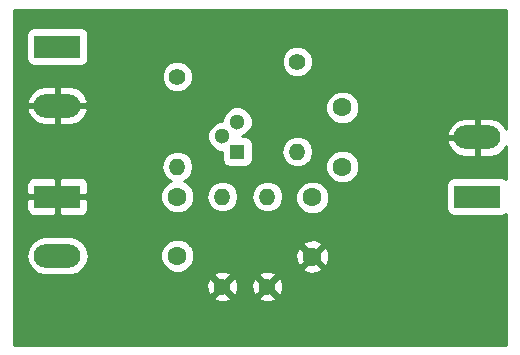
<source format=gbr>
G04 #@! TF.GenerationSoftware,KiCad,Pcbnew,(5.0.0)*
G04 #@! TF.CreationDate,2019-04-18T11:17:11+03:00*
G04 #@! TF.ProjectId,Single_transistor_AMP,53696E676C655F7472616E736973746F,rev?*
G04 #@! TF.SameCoordinates,Original*
G04 #@! TF.FileFunction,Copper,L2,Bot,Signal*
G04 #@! TF.FilePolarity,Positive*
%FSLAX46Y46*%
G04 Gerber Fmt 4.6, Leading zero omitted, Abs format (unit mm)*
G04 Created by KiCad (PCBNEW (5.0.0)) date 04/18/19 11:17:11*
%MOMM*%
%LPD*%
G01*
G04 APERTURE LIST*
G04 #@! TA.AperFunction,ComponentPad*
%ADD10R,3.960000X1.980000*%
G04 #@! TD*
G04 #@! TA.AperFunction,ComponentPad*
%ADD11O,3.960000X1.980000*%
G04 #@! TD*
G04 #@! TA.AperFunction,ComponentPad*
%ADD12C,1.600000*%
G04 #@! TD*
G04 #@! TA.AperFunction,ComponentPad*
%ADD13C,1.300000*%
G04 #@! TD*
G04 #@! TA.AperFunction,ComponentPad*
%ADD14R,1.300000X1.300000*%
G04 #@! TD*
G04 #@! TA.AperFunction,ComponentPad*
%ADD15C,1.400000*%
G04 #@! TD*
G04 #@! TA.AperFunction,ComponentPad*
%ADD16O,1.400000X1.400000*%
G04 #@! TD*
G04 #@! TA.AperFunction,Conductor*
%ADD17C,0.254000*%
G04 #@! TD*
G04 APERTURE END LIST*
D10*
G04 #@! TO.P,J1,1*
G04 #@! TO.N,GND*
X99060000Y-55880000D03*
D11*
G04 #@! TO.P,J1,2*
G04 #@! TO.N,Net-(C1-Pad2)*
X99060000Y-60880000D03*
G04 #@! TD*
D12*
G04 #@! TO.P,C1,1*
G04 #@! TO.N,Net-(C1-Pad1)*
X109220000Y-55880000D03*
G04 #@! TO.P,C1,2*
G04 #@! TO.N,Net-(C1-Pad2)*
X109220000Y-60880000D03*
G04 #@! TD*
G04 #@! TO.P,C2,1*
G04 #@! TO.N,Net-(C2-Pad1)*
X123190000Y-53340000D03*
G04 #@! TO.P,C2,2*
G04 #@! TO.N,Net-(C2-Pad2)*
X123190000Y-48340000D03*
G04 #@! TD*
G04 #@! TO.P,C3,2*
G04 #@! TO.N,GND*
X120650000Y-60960000D03*
G04 #@! TO.P,C3,1*
G04 #@! TO.N,Net-(C3-Pad1)*
X120650000Y-55960000D03*
G04 #@! TD*
D11*
G04 #@! TO.P,J2,2*
G04 #@! TO.N,GND*
X134620000Y-50880000D03*
D10*
G04 #@! TO.P,J2,1*
G04 #@! TO.N,Net-(C2-Pad1)*
X134620000Y-55880000D03*
G04 #@! TD*
D13*
G04 #@! TO.P,Q1,2*
G04 #@! TO.N,Net-(C1-Pad1)*
X113030000Y-50790000D03*
G04 #@! TO.P,Q1,3*
G04 #@! TO.N,Net-(C2-Pad2)*
X114300000Y-49530000D03*
D14*
G04 #@! TO.P,Q1,1*
G04 #@! TO.N,Net-(C3-Pad1)*
X114300000Y-52070000D03*
G04 #@! TD*
D15*
G04 #@! TO.P,R1,1*
G04 #@! TO.N,GND*
X113030000Y-63500000D03*
D16*
G04 #@! TO.P,R1,2*
G04 #@! TO.N,Net-(C1-Pad1)*
X113030000Y-55880000D03*
G04 #@! TD*
G04 #@! TO.P,R2,2*
G04 #@! TO.N,Net-(C1-Pad1)*
X109220000Y-53340000D03*
D15*
G04 #@! TO.P,R2,1*
G04 #@! TO.N,VCC*
X109220000Y-45720000D03*
G04 #@! TD*
G04 #@! TO.P,R3,1*
G04 #@! TO.N,VCC*
X119380000Y-44450000D03*
D16*
G04 #@! TO.P,R3,2*
G04 #@! TO.N,Net-(C2-Pad2)*
X119380000Y-52070000D03*
G04 #@! TD*
G04 #@! TO.P,R4,2*
G04 #@! TO.N,Net-(C3-Pad1)*
X116840000Y-55880000D03*
D15*
G04 #@! TO.P,R4,1*
G04 #@! TO.N,GND*
X116840000Y-63500000D03*
G04 #@! TD*
D10*
G04 #@! TO.P,J3,1*
G04 #@! TO.N,VCC*
X99060000Y-43180000D03*
D11*
G04 #@! TO.P,J3,2*
G04 #@! TO.N,GND*
X99060000Y-48180000D03*
G04 #@! TD*
D17*
G04 #@! TO.N,GND*
G36*
X137033000Y-50149156D02*
X136848851Y-49820754D01*
X136349193Y-49427297D01*
X135737000Y-49255000D01*
X134747000Y-49255000D01*
X134747000Y-50753000D01*
X134767000Y-50753000D01*
X134767000Y-51007000D01*
X134747000Y-51007000D01*
X134747000Y-52505000D01*
X135737000Y-52505000D01*
X136349193Y-52332703D01*
X136848851Y-51939246D01*
X137033000Y-51610844D01*
X137033000Y-54415614D01*
X136847765Y-54291843D01*
X136600000Y-54242560D01*
X132640000Y-54242560D01*
X132392235Y-54291843D01*
X132182191Y-54432191D01*
X132041843Y-54642235D01*
X131992560Y-54890000D01*
X131992560Y-56870000D01*
X132041843Y-57117765D01*
X132182191Y-57327809D01*
X132392235Y-57468157D01*
X132640000Y-57517440D01*
X136600000Y-57517440D01*
X136847765Y-57468157D01*
X137033000Y-57344386D01*
X137033000Y-68453000D01*
X95377000Y-68453000D01*
X95377000Y-64435275D01*
X112274331Y-64435275D01*
X112336169Y-64671042D01*
X112837122Y-64847419D01*
X113367440Y-64818664D01*
X113723831Y-64671042D01*
X113785669Y-64435275D01*
X116084331Y-64435275D01*
X116146169Y-64671042D01*
X116647122Y-64847419D01*
X117177440Y-64818664D01*
X117533831Y-64671042D01*
X117595669Y-64435275D01*
X116840000Y-63679605D01*
X116084331Y-64435275D01*
X113785669Y-64435275D01*
X113030000Y-63679605D01*
X112274331Y-64435275D01*
X95377000Y-64435275D01*
X95377000Y-63307122D01*
X111682581Y-63307122D01*
X111711336Y-63837440D01*
X111858958Y-64193831D01*
X112094725Y-64255669D01*
X112850395Y-63500000D01*
X113209605Y-63500000D01*
X113965275Y-64255669D01*
X114201042Y-64193831D01*
X114377419Y-63692878D01*
X114356503Y-63307122D01*
X115492581Y-63307122D01*
X115521336Y-63837440D01*
X115668958Y-64193831D01*
X115904725Y-64255669D01*
X116660395Y-63500000D01*
X117019605Y-63500000D01*
X117775275Y-64255669D01*
X118011042Y-64193831D01*
X118187419Y-63692878D01*
X118158664Y-63162560D01*
X118011042Y-62806169D01*
X117775275Y-62744331D01*
X117019605Y-63500000D01*
X116660395Y-63500000D01*
X115904725Y-62744331D01*
X115668958Y-62806169D01*
X115492581Y-63307122D01*
X114356503Y-63307122D01*
X114348664Y-63162560D01*
X114201042Y-62806169D01*
X113965275Y-62744331D01*
X113209605Y-63500000D01*
X112850395Y-63500000D01*
X112094725Y-62744331D01*
X111858958Y-62806169D01*
X111682581Y-63307122D01*
X95377000Y-63307122D01*
X95377000Y-62564725D01*
X112274331Y-62564725D01*
X113030000Y-63320395D01*
X113785669Y-62564725D01*
X116084331Y-62564725D01*
X116840000Y-63320395D01*
X117595669Y-62564725D01*
X117533831Y-62328958D01*
X117032878Y-62152581D01*
X116502560Y-62181336D01*
X116146169Y-62328958D01*
X116084331Y-62564725D01*
X113785669Y-62564725D01*
X113723831Y-62328958D01*
X113222878Y-62152581D01*
X112692560Y-62181336D01*
X112336169Y-62328958D01*
X112274331Y-62564725D01*
X95377000Y-62564725D01*
X95377000Y-60880000D01*
X96413165Y-60880000D01*
X96539284Y-61514043D01*
X96898441Y-62051559D01*
X97435957Y-62410716D01*
X97909955Y-62505000D01*
X100210045Y-62505000D01*
X100684043Y-62410716D01*
X101221559Y-62051559D01*
X101580716Y-61514043D01*
X101706835Y-60880000D01*
X101650058Y-60594561D01*
X107785000Y-60594561D01*
X107785000Y-61165439D01*
X108003466Y-61692862D01*
X108407138Y-62096534D01*
X108934561Y-62315000D01*
X109505439Y-62315000D01*
X110032862Y-62096534D01*
X110161651Y-61967745D01*
X119821861Y-61967745D01*
X119895995Y-62213864D01*
X120433223Y-62406965D01*
X121003454Y-62379778D01*
X121404005Y-62213864D01*
X121478139Y-61967745D01*
X120650000Y-61139605D01*
X119821861Y-61967745D01*
X110161651Y-61967745D01*
X110436534Y-61692862D01*
X110655000Y-61165439D01*
X110655000Y-60743223D01*
X119203035Y-60743223D01*
X119230222Y-61313454D01*
X119396136Y-61714005D01*
X119642255Y-61788139D01*
X120470395Y-60960000D01*
X120829605Y-60960000D01*
X121657745Y-61788139D01*
X121903864Y-61714005D01*
X122096965Y-61176777D01*
X122069778Y-60606546D01*
X121903864Y-60205995D01*
X121657745Y-60131861D01*
X120829605Y-60960000D01*
X120470395Y-60960000D01*
X119642255Y-60131861D01*
X119396136Y-60205995D01*
X119203035Y-60743223D01*
X110655000Y-60743223D01*
X110655000Y-60594561D01*
X110436534Y-60067138D01*
X110321651Y-59952255D01*
X119821861Y-59952255D01*
X120650000Y-60780395D01*
X121478139Y-59952255D01*
X121404005Y-59706136D01*
X120866777Y-59513035D01*
X120296546Y-59540222D01*
X119895995Y-59706136D01*
X119821861Y-59952255D01*
X110321651Y-59952255D01*
X110032862Y-59663466D01*
X109505439Y-59445000D01*
X108934561Y-59445000D01*
X108407138Y-59663466D01*
X108003466Y-60067138D01*
X107785000Y-60594561D01*
X101650058Y-60594561D01*
X101580716Y-60245957D01*
X101221559Y-59708441D01*
X100684043Y-59349284D01*
X100210045Y-59255000D01*
X97909955Y-59255000D01*
X97435957Y-59349284D01*
X96898441Y-59708441D01*
X96539284Y-60245957D01*
X96413165Y-60880000D01*
X95377000Y-60880000D01*
X95377000Y-56165750D01*
X96445000Y-56165750D01*
X96445000Y-56996309D01*
X96541673Y-57229698D01*
X96720301Y-57408327D01*
X96953690Y-57505000D01*
X98774250Y-57505000D01*
X98933000Y-57346250D01*
X98933000Y-56007000D01*
X99187000Y-56007000D01*
X99187000Y-57346250D01*
X99345750Y-57505000D01*
X101166310Y-57505000D01*
X101399699Y-57408327D01*
X101578327Y-57229698D01*
X101675000Y-56996309D01*
X101675000Y-56165750D01*
X101516250Y-56007000D01*
X99187000Y-56007000D01*
X98933000Y-56007000D01*
X96603750Y-56007000D01*
X96445000Y-56165750D01*
X95377000Y-56165750D01*
X95377000Y-54763691D01*
X96445000Y-54763691D01*
X96445000Y-55594250D01*
X96603750Y-55753000D01*
X98933000Y-55753000D01*
X98933000Y-54413750D01*
X99187000Y-54413750D01*
X99187000Y-55753000D01*
X101516250Y-55753000D01*
X101674689Y-55594561D01*
X107785000Y-55594561D01*
X107785000Y-56165439D01*
X108003466Y-56692862D01*
X108407138Y-57096534D01*
X108934561Y-57315000D01*
X109505439Y-57315000D01*
X110032862Y-57096534D01*
X110436534Y-56692862D01*
X110655000Y-56165439D01*
X110655000Y-55880000D01*
X111668846Y-55880000D01*
X111772458Y-56400891D01*
X112067519Y-56842481D01*
X112509109Y-57137542D01*
X112898515Y-57215000D01*
X113161485Y-57215000D01*
X113550891Y-57137542D01*
X113992481Y-56842481D01*
X114287542Y-56400891D01*
X114391154Y-55880000D01*
X115478846Y-55880000D01*
X115582458Y-56400891D01*
X115877519Y-56842481D01*
X116319109Y-57137542D01*
X116708515Y-57215000D01*
X116971485Y-57215000D01*
X117360891Y-57137542D01*
X117802481Y-56842481D01*
X118097542Y-56400891D01*
X118201154Y-55880000D01*
X118160290Y-55674561D01*
X119215000Y-55674561D01*
X119215000Y-56245439D01*
X119433466Y-56772862D01*
X119837138Y-57176534D01*
X120364561Y-57395000D01*
X120935439Y-57395000D01*
X121462862Y-57176534D01*
X121866534Y-56772862D01*
X122085000Y-56245439D01*
X122085000Y-55674561D01*
X121866534Y-55147138D01*
X121462862Y-54743466D01*
X120935439Y-54525000D01*
X120364561Y-54525000D01*
X119837138Y-54743466D01*
X119433466Y-55147138D01*
X119215000Y-55674561D01*
X118160290Y-55674561D01*
X118097542Y-55359109D01*
X117802481Y-54917519D01*
X117360891Y-54622458D01*
X116971485Y-54545000D01*
X116708515Y-54545000D01*
X116319109Y-54622458D01*
X115877519Y-54917519D01*
X115582458Y-55359109D01*
X115478846Y-55880000D01*
X114391154Y-55880000D01*
X114287542Y-55359109D01*
X113992481Y-54917519D01*
X113550891Y-54622458D01*
X113161485Y-54545000D01*
X112898515Y-54545000D01*
X112509109Y-54622458D01*
X112067519Y-54917519D01*
X111772458Y-55359109D01*
X111668846Y-55880000D01*
X110655000Y-55880000D01*
X110655000Y-55594561D01*
X110436534Y-55067138D01*
X110032862Y-54663466D01*
X109791718Y-54563581D01*
X110182481Y-54302481D01*
X110477542Y-53860891D01*
X110581154Y-53340000D01*
X110477542Y-52819109D01*
X110182481Y-52377519D01*
X109740891Y-52082458D01*
X109351485Y-52005000D01*
X109088515Y-52005000D01*
X108699109Y-52082458D01*
X108257519Y-52377519D01*
X107962458Y-52819109D01*
X107858846Y-53340000D01*
X107962458Y-53860891D01*
X108257519Y-54302481D01*
X108648282Y-54563581D01*
X108407138Y-54663466D01*
X108003466Y-55067138D01*
X107785000Y-55594561D01*
X101674689Y-55594561D01*
X101675000Y-55594250D01*
X101675000Y-54763691D01*
X101578327Y-54530302D01*
X101399699Y-54351673D01*
X101166310Y-54255000D01*
X99345750Y-54255000D01*
X99187000Y-54413750D01*
X98933000Y-54413750D01*
X98774250Y-54255000D01*
X96953690Y-54255000D01*
X96720301Y-54351673D01*
X96541673Y-54530302D01*
X96445000Y-54763691D01*
X95377000Y-54763691D01*
X95377000Y-50534398D01*
X111745000Y-50534398D01*
X111745000Y-51045602D01*
X111940629Y-51517894D01*
X112302106Y-51879371D01*
X112774398Y-52075000D01*
X113002560Y-52075000D01*
X113002560Y-52720000D01*
X113051843Y-52967765D01*
X113192191Y-53177809D01*
X113402235Y-53318157D01*
X113650000Y-53367440D01*
X114950000Y-53367440D01*
X115197765Y-53318157D01*
X115407809Y-53177809D01*
X115548157Y-52967765D01*
X115597440Y-52720000D01*
X115597440Y-52070000D01*
X118018846Y-52070000D01*
X118122458Y-52590891D01*
X118417519Y-53032481D01*
X118859109Y-53327542D01*
X119248515Y-53405000D01*
X119511485Y-53405000D01*
X119900891Y-53327542D01*
X120309435Y-53054561D01*
X121755000Y-53054561D01*
X121755000Y-53625439D01*
X121973466Y-54152862D01*
X122377138Y-54556534D01*
X122904561Y-54775000D01*
X123475439Y-54775000D01*
X124002862Y-54556534D01*
X124406534Y-54152862D01*
X124625000Y-53625439D01*
X124625000Y-53054561D01*
X124406534Y-52527138D01*
X124002862Y-52123466D01*
X123475439Y-51905000D01*
X122904561Y-51905000D01*
X122377138Y-52123466D01*
X121973466Y-52527138D01*
X121755000Y-53054561D01*
X120309435Y-53054561D01*
X120342481Y-53032481D01*
X120637542Y-52590891D01*
X120741154Y-52070000D01*
X120637542Y-51549109D01*
X120443608Y-51258865D01*
X132049782Y-51258865D01*
X132080095Y-51384528D01*
X132391149Y-51939246D01*
X132890807Y-52332703D01*
X133503000Y-52505000D01*
X134493000Y-52505000D01*
X134493000Y-51007000D01*
X132169260Y-51007000D01*
X132049782Y-51258865D01*
X120443608Y-51258865D01*
X120342481Y-51107519D01*
X119900891Y-50812458D01*
X119511485Y-50735000D01*
X119248515Y-50735000D01*
X118859109Y-50812458D01*
X118417519Y-51107519D01*
X118122458Y-51549109D01*
X118018846Y-52070000D01*
X115597440Y-52070000D01*
X115597440Y-51420000D01*
X115548157Y-51172235D01*
X115407809Y-50962191D01*
X115197765Y-50821843D01*
X114950000Y-50772560D01*
X114658062Y-50772560D01*
X115027894Y-50619371D01*
X115146130Y-50501135D01*
X132049782Y-50501135D01*
X132169260Y-50753000D01*
X134493000Y-50753000D01*
X134493000Y-49255000D01*
X133503000Y-49255000D01*
X132890807Y-49427297D01*
X132391149Y-49820754D01*
X132080095Y-50375472D01*
X132049782Y-50501135D01*
X115146130Y-50501135D01*
X115389371Y-50257894D01*
X115585000Y-49785602D01*
X115585000Y-49274398D01*
X115389371Y-48802106D01*
X115027894Y-48440629D01*
X114555602Y-48245000D01*
X114044398Y-48245000D01*
X113572106Y-48440629D01*
X113210629Y-48802106D01*
X113015000Y-49274398D01*
X113015000Y-49505000D01*
X112774398Y-49505000D01*
X112302106Y-49700629D01*
X111940629Y-50062106D01*
X111745000Y-50534398D01*
X95377000Y-50534398D01*
X95377000Y-48558865D01*
X96489782Y-48558865D01*
X96520095Y-48684528D01*
X96831149Y-49239246D01*
X97330807Y-49632703D01*
X97943000Y-49805000D01*
X98933000Y-49805000D01*
X98933000Y-48307000D01*
X99187000Y-48307000D01*
X99187000Y-49805000D01*
X100177000Y-49805000D01*
X100789193Y-49632703D01*
X101288851Y-49239246D01*
X101599905Y-48684528D01*
X101630218Y-48558865D01*
X101510740Y-48307000D01*
X99187000Y-48307000D01*
X98933000Y-48307000D01*
X96609260Y-48307000D01*
X96489782Y-48558865D01*
X95377000Y-48558865D01*
X95377000Y-48054561D01*
X121755000Y-48054561D01*
X121755000Y-48625439D01*
X121973466Y-49152862D01*
X122377138Y-49556534D01*
X122904561Y-49775000D01*
X123475439Y-49775000D01*
X124002862Y-49556534D01*
X124406534Y-49152862D01*
X124625000Y-48625439D01*
X124625000Y-48054561D01*
X124406534Y-47527138D01*
X124002862Y-47123466D01*
X123475439Y-46905000D01*
X122904561Y-46905000D01*
X122377138Y-47123466D01*
X121973466Y-47527138D01*
X121755000Y-48054561D01*
X95377000Y-48054561D01*
X95377000Y-47801135D01*
X96489782Y-47801135D01*
X96609260Y-48053000D01*
X98933000Y-48053000D01*
X98933000Y-46555000D01*
X99187000Y-46555000D01*
X99187000Y-48053000D01*
X101510740Y-48053000D01*
X101630218Y-47801135D01*
X101599905Y-47675472D01*
X101288851Y-47120754D01*
X100789193Y-46727297D01*
X100177000Y-46555000D01*
X99187000Y-46555000D01*
X98933000Y-46555000D01*
X97943000Y-46555000D01*
X97330807Y-46727297D01*
X96831149Y-47120754D01*
X96520095Y-47675472D01*
X96489782Y-47801135D01*
X95377000Y-47801135D01*
X95377000Y-45454452D01*
X107885000Y-45454452D01*
X107885000Y-45985548D01*
X108088242Y-46476217D01*
X108463783Y-46851758D01*
X108954452Y-47055000D01*
X109485548Y-47055000D01*
X109976217Y-46851758D01*
X110351758Y-46476217D01*
X110555000Y-45985548D01*
X110555000Y-45454452D01*
X110351758Y-44963783D01*
X109976217Y-44588242D01*
X109485548Y-44385000D01*
X108954452Y-44385000D01*
X108463783Y-44588242D01*
X108088242Y-44963783D01*
X107885000Y-45454452D01*
X95377000Y-45454452D01*
X95377000Y-42190000D01*
X96432560Y-42190000D01*
X96432560Y-44170000D01*
X96481843Y-44417765D01*
X96622191Y-44627809D01*
X96832235Y-44768157D01*
X97080000Y-44817440D01*
X101040000Y-44817440D01*
X101287765Y-44768157D01*
X101497809Y-44627809D01*
X101638157Y-44417765D01*
X101684565Y-44184452D01*
X118045000Y-44184452D01*
X118045000Y-44715548D01*
X118248242Y-45206217D01*
X118623783Y-45581758D01*
X119114452Y-45785000D01*
X119645548Y-45785000D01*
X120136217Y-45581758D01*
X120511758Y-45206217D01*
X120715000Y-44715548D01*
X120715000Y-44184452D01*
X120511758Y-43693783D01*
X120136217Y-43318242D01*
X119645548Y-43115000D01*
X119114452Y-43115000D01*
X118623783Y-43318242D01*
X118248242Y-43693783D01*
X118045000Y-44184452D01*
X101684565Y-44184452D01*
X101687440Y-44170000D01*
X101687440Y-42190000D01*
X101638157Y-41942235D01*
X101497809Y-41732191D01*
X101287765Y-41591843D01*
X101040000Y-41542560D01*
X97080000Y-41542560D01*
X96832235Y-41591843D01*
X96622191Y-41732191D01*
X96481843Y-41942235D01*
X96432560Y-42190000D01*
X95377000Y-42190000D01*
X95377000Y-40080000D01*
X137033000Y-40080000D01*
X137033000Y-50149156D01*
X137033000Y-50149156D01*
G37*
X137033000Y-50149156D02*
X136848851Y-49820754D01*
X136349193Y-49427297D01*
X135737000Y-49255000D01*
X134747000Y-49255000D01*
X134747000Y-50753000D01*
X134767000Y-50753000D01*
X134767000Y-51007000D01*
X134747000Y-51007000D01*
X134747000Y-52505000D01*
X135737000Y-52505000D01*
X136349193Y-52332703D01*
X136848851Y-51939246D01*
X137033000Y-51610844D01*
X137033000Y-54415614D01*
X136847765Y-54291843D01*
X136600000Y-54242560D01*
X132640000Y-54242560D01*
X132392235Y-54291843D01*
X132182191Y-54432191D01*
X132041843Y-54642235D01*
X131992560Y-54890000D01*
X131992560Y-56870000D01*
X132041843Y-57117765D01*
X132182191Y-57327809D01*
X132392235Y-57468157D01*
X132640000Y-57517440D01*
X136600000Y-57517440D01*
X136847765Y-57468157D01*
X137033000Y-57344386D01*
X137033000Y-68453000D01*
X95377000Y-68453000D01*
X95377000Y-64435275D01*
X112274331Y-64435275D01*
X112336169Y-64671042D01*
X112837122Y-64847419D01*
X113367440Y-64818664D01*
X113723831Y-64671042D01*
X113785669Y-64435275D01*
X116084331Y-64435275D01*
X116146169Y-64671042D01*
X116647122Y-64847419D01*
X117177440Y-64818664D01*
X117533831Y-64671042D01*
X117595669Y-64435275D01*
X116840000Y-63679605D01*
X116084331Y-64435275D01*
X113785669Y-64435275D01*
X113030000Y-63679605D01*
X112274331Y-64435275D01*
X95377000Y-64435275D01*
X95377000Y-63307122D01*
X111682581Y-63307122D01*
X111711336Y-63837440D01*
X111858958Y-64193831D01*
X112094725Y-64255669D01*
X112850395Y-63500000D01*
X113209605Y-63500000D01*
X113965275Y-64255669D01*
X114201042Y-64193831D01*
X114377419Y-63692878D01*
X114356503Y-63307122D01*
X115492581Y-63307122D01*
X115521336Y-63837440D01*
X115668958Y-64193831D01*
X115904725Y-64255669D01*
X116660395Y-63500000D01*
X117019605Y-63500000D01*
X117775275Y-64255669D01*
X118011042Y-64193831D01*
X118187419Y-63692878D01*
X118158664Y-63162560D01*
X118011042Y-62806169D01*
X117775275Y-62744331D01*
X117019605Y-63500000D01*
X116660395Y-63500000D01*
X115904725Y-62744331D01*
X115668958Y-62806169D01*
X115492581Y-63307122D01*
X114356503Y-63307122D01*
X114348664Y-63162560D01*
X114201042Y-62806169D01*
X113965275Y-62744331D01*
X113209605Y-63500000D01*
X112850395Y-63500000D01*
X112094725Y-62744331D01*
X111858958Y-62806169D01*
X111682581Y-63307122D01*
X95377000Y-63307122D01*
X95377000Y-62564725D01*
X112274331Y-62564725D01*
X113030000Y-63320395D01*
X113785669Y-62564725D01*
X116084331Y-62564725D01*
X116840000Y-63320395D01*
X117595669Y-62564725D01*
X117533831Y-62328958D01*
X117032878Y-62152581D01*
X116502560Y-62181336D01*
X116146169Y-62328958D01*
X116084331Y-62564725D01*
X113785669Y-62564725D01*
X113723831Y-62328958D01*
X113222878Y-62152581D01*
X112692560Y-62181336D01*
X112336169Y-62328958D01*
X112274331Y-62564725D01*
X95377000Y-62564725D01*
X95377000Y-60880000D01*
X96413165Y-60880000D01*
X96539284Y-61514043D01*
X96898441Y-62051559D01*
X97435957Y-62410716D01*
X97909955Y-62505000D01*
X100210045Y-62505000D01*
X100684043Y-62410716D01*
X101221559Y-62051559D01*
X101580716Y-61514043D01*
X101706835Y-60880000D01*
X101650058Y-60594561D01*
X107785000Y-60594561D01*
X107785000Y-61165439D01*
X108003466Y-61692862D01*
X108407138Y-62096534D01*
X108934561Y-62315000D01*
X109505439Y-62315000D01*
X110032862Y-62096534D01*
X110161651Y-61967745D01*
X119821861Y-61967745D01*
X119895995Y-62213864D01*
X120433223Y-62406965D01*
X121003454Y-62379778D01*
X121404005Y-62213864D01*
X121478139Y-61967745D01*
X120650000Y-61139605D01*
X119821861Y-61967745D01*
X110161651Y-61967745D01*
X110436534Y-61692862D01*
X110655000Y-61165439D01*
X110655000Y-60743223D01*
X119203035Y-60743223D01*
X119230222Y-61313454D01*
X119396136Y-61714005D01*
X119642255Y-61788139D01*
X120470395Y-60960000D01*
X120829605Y-60960000D01*
X121657745Y-61788139D01*
X121903864Y-61714005D01*
X122096965Y-61176777D01*
X122069778Y-60606546D01*
X121903864Y-60205995D01*
X121657745Y-60131861D01*
X120829605Y-60960000D01*
X120470395Y-60960000D01*
X119642255Y-60131861D01*
X119396136Y-60205995D01*
X119203035Y-60743223D01*
X110655000Y-60743223D01*
X110655000Y-60594561D01*
X110436534Y-60067138D01*
X110321651Y-59952255D01*
X119821861Y-59952255D01*
X120650000Y-60780395D01*
X121478139Y-59952255D01*
X121404005Y-59706136D01*
X120866777Y-59513035D01*
X120296546Y-59540222D01*
X119895995Y-59706136D01*
X119821861Y-59952255D01*
X110321651Y-59952255D01*
X110032862Y-59663466D01*
X109505439Y-59445000D01*
X108934561Y-59445000D01*
X108407138Y-59663466D01*
X108003466Y-60067138D01*
X107785000Y-60594561D01*
X101650058Y-60594561D01*
X101580716Y-60245957D01*
X101221559Y-59708441D01*
X100684043Y-59349284D01*
X100210045Y-59255000D01*
X97909955Y-59255000D01*
X97435957Y-59349284D01*
X96898441Y-59708441D01*
X96539284Y-60245957D01*
X96413165Y-60880000D01*
X95377000Y-60880000D01*
X95377000Y-56165750D01*
X96445000Y-56165750D01*
X96445000Y-56996309D01*
X96541673Y-57229698D01*
X96720301Y-57408327D01*
X96953690Y-57505000D01*
X98774250Y-57505000D01*
X98933000Y-57346250D01*
X98933000Y-56007000D01*
X99187000Y-56007000D01*
X99187000Y-57346250D01*
X99345750Y-57505000D01*
X101166310Y-57505000D01*
X101399699Y-57408327D01*
X101578327Y-57229698D01*
X101675000Y-56996309D01*
X101675000Y-56165750D01*
X101516250Y-56007000D01*
X99187000Y-56007000D01*
X98933000Y-56007000D01*
X96603750Y-56007000D01*
X96445000Y-56165750D01*
X95377000Y-56165750D01*
X95377000Y-54763691D01*
X96445000Y-54763691D01*
X96445000Y-55594250D01*
X96603750Y-55753000D01*
X98933000Y-55753000D01*
X98933000Y-54413750D01*
X99187000Y-54413750D01*
X99187000Y-55753000D01*
X101516250Y-55753000D01*
X101674689Y-55594561D01*
X107785000Y-55594561D01*
X107785000Y-56165439D01*
X108003466Y-56692862D01*
X108407138Y-57096534D01*
X108934561Y-57315000D01*
X109505439Y-57315000D01*
X110032862Y-57096534D01*
X110436534Y-56692862D01*
X110655000Y-56165439D01*
X110655000Y-55880000D01*
X111668846Y-55880000D01*
X111772458Y-56400891D01*
X112067519Y-56842481D01*
X112509109Y-57137542D01*
X112898515Y-57215000D01*
X113161485Y-57215000D01*
X113550891Y-57137542D01*
X113992481Y-56842481D01*
X114287542Y-56400891D01*
X114391154Y-55880000D01*
X115478846Y-55880000D01*
X115582458Y-56400891D01*
X115877519Y-56842481D01*
X116319109Y-57137542D01*
X116708515Y-57215000D01*
X116971485Y-57215000D01*
X117360891Y-57137542D01*
X117802481Y-56842481D01*
X118097542Y-56400891D01*
X118201154Y-55880000D01*
X118160290Y-55674561D01*
X119215000Y-55674561D01*
X119215000Y-56245439D01*
X119433466Y-56772862D01*
X119837138Y-57176534D01*
X120364561Y-57395000D01*
X120935439Y-57395000D01*
X121462862Y-57176534D01*
X121866534Y-56772862D01*
X122085000Y-56245439D01*
X122085000Y-55674561D01*
X121866534Y-55147138D01*
X121462862Y-54743466D01*
X120935439Y-54525000D01*
X120364561Y-54525000D01*
X119837138Y-54743466D01*
X119433466Y-55147138D01*
X119215000Y-55674561D01*
X118160290Y-55674561D01*
X118097542Y-55359109D01*
X117802481Y-54917519D01*
X117360891Y-54622458D01*
X116971485Y-54545000D01*
X116708515Y-54545000D01*
X116319109Y-54622458D01*
X115877519Y-54917519D01*
X115582458Y-55359109D01*
X115478846Y-55880000D01*
X114391154Y-55880000D01*
X114287542Y-55359109D01*
X113992481Y-54917519D01*
X113550891Y-54622458D01*
X113161485Y-54545000D01*
X112898515Y-54545000D01*
X112509109Y-54622458D01*
X112067519Y-54917519D01*
X111772458Y-55359109D01*
X111668846Y-55880000D01*
X110655000Y-55880000D01*
X110655000Y-55594561D01*
X110436534Y-55067138D01*
X110032862Y-54663466D01*
X109791718Y-54563581D01*
X110182481Y-54302481D01*
X110477542Y-53860891D01*
X110581154Y-53340000D01*
X110477542Y-52819109D01*
X110182481Y-52377519D01*
X109740891Y-52082458D01*
X109351485Y-52005000D01*
X109088515Y-52005000D01*
X108699109Y-52082458D01*
X108257519Y-52377519D01*
X107962458Y-52819109D01*
X107858846Y-53340000D01*
X107962458Y-53860891D01*
X108257519Y-54302481D01*
X108648282Y-54563581D01*
X108407138Y-54663466D01*
X108003466Y-55067138D01*
X107785000Y-55594561D01*
X101674689Y-55594561D01*
X101675000Y-55594250D01*
X101675000Y-54763691D01*
X101578327Y-54530302D01*
X101399699Y-54351673D01*
X101166310Y-54255000D01*
X99345750Y-54255000D01*
X99187000Y-54413750D01*
X98933000Y-54413750D01*
X98774250Y-54255000D01*
X96953690Y-54255000D01*
X96720301Y-54351673D01*
X96541673Y-54530302D01*
X96445000Y-54763691D01*
X95377000Y-54763691D01*
X95377000Y-50534398D01*
X111745000Y-50534398D01*
X111745000Y-51045602D01*
X111940629Y-51517894D01*
X112302106Y-51879371D01*
X112774398Y-52075000D01*
X113002560Y-52075000D01*
X113002560Y-52720000D01*
X113051843Y-52967765D01*
X113192191Y-53177809D01*
X113402235Y-53318157D01*
X113650000Y-53367440D01*
X114950000Y-53367440D01*
X115197765Y-53318157D01*
X115407809Y-53177809D01*
X115548157Y-52967765D01*
X115597440Y-52720000D01*
X115597440Y-52070000D01*
X118018846Y-52070000D01*
X118122458Y-52590891D01*
X118417519Y-53032481D01*
X118859109Y-53327542D01*
X119248515Y-53405000D01*
X119511485Y-53405000D01*
X119900891Y-53327542D01*
X120309435Y-53054561D01*
X121755000Y-53054561D01*
X121755000Y-53625439D01*
X121973466Y-54152862D01*
X122377138Y-54556534D01*
X122904561Y-54775000D01*
X123475439Y-54775000D01*
X124002862Y-54556534D01*
X124406534Y-54152862D01*
X124625000Y-53625439D01*
X124625000Y-53054561D01*
X124406534Y-52527138D01*
X124002862Y-52123466D01*
X123475439Y-51905000D01*
X122904561Y-51905000D01*
X122377138Y-52123466D01*
X121973466Y-52527138D01*
X121755000Y-53054561D01*
X120309435Y-53054561D01*
X120342481Y-53032481D01*
X120637542Y-52590891D01*
X120741154Y-52070000D01*
X120637542Y-51549109D01*
X120443608Y-51258865D01*
X132049782Y-51258865D01*
X132080095Y-51384528D01*
X132391149Y-51939246D01*
X132890807Y-52332703D01*
X133503000Y-52505000D01*
X134493000Y-52505000D01*
X134493000Y-51007000D01*
X132169260Y-51007000D01*
X132049782Y-51258865D01*
X120443608Y-51258865D01*
X120342481Y-51107519D01*
X119900891Y-50812458D01*
X119511485Y-50735000D01*
X119248515Y-50735000D01*
X118859109Y-50812458D01*
X118417519Y-51107519D01*
X118122458Y-51549109D01*
X118018846Y-52070000D01*
X115597440Y-52070000D01*
X115597440Y-51420000D01*
X115548157Y-51172235D01*
X115407809Y-50962191D01*
X115197765Y-50821843D01*
X114950000Y-50772560D01*
X114658062Y-50772560D01*
X115027894Y-50619371D01*
X115146130Y-50501135D01*
X132049782Y-50501135D01*
X132169260Y-50753000D01*
X134493000Y-50753000D01*
X134493000Y-49255000D01*
X133503000Y-49255000D01*
X132890807Y-49427297D01*
X132391149Y-49820754D01*
X132080095Y-50375472D01*
X132049782Y-50501135D01*
X115146130Y-50501135D01*
X115389371Y-50257894D01*
X115585000Y-49785602D01*
X115585000Y-49274398D01*
X115389371Y-48802106D01*
X115027894Y-48440629D01*
X114555602Y-48245000D01*
X114044398Y-48245000D01*
X113572106Y-48440629D01*
X113210629Y-48802106D01*
X113015000Y-49274398D01*
X113015000Y-49505000D01*
X112774398Y-49505000D01*
X112302106Y-49700629D01*
X111940629Y-50062106D01*
X111745000Y-50534398D01*
X95377000Y-50534398D01*
X95377000Y-48558865D01*
X96489782Y-48558865D01*
X96520095Y-48684528D01*
X96831149Y-49239246D01*
X97330807Y-49632703D01*
X97943000Y-49805000D01*
X98933000Y-49805000D01*
X98933000Y-48307000D01*
X99187000Y-48307000D01*
X99187000Y-49805000D01*
X100177000Y-49805000D01*
X100789193Y-49632703D01*
X101288851Y-49239246D01*
X101599905Y-48684528D01*
X101630218Y-48558865D01*
X101510740Y-48307000D01*
X99187000Y-48307000D01*
X98933000Y-48307000D01*
X96609260Y-48307000D01*
X96489782Y-48558865D01*
X95377000Y-48558865D01*
X95377000Y-48054561D01*
X121755000Y-48054561D01*
X121755000Y-48625439D01*
X121973466Y-49152862D01*
X122377138Y-49556534D01*
X122904561Y-49775000D01*
X123475439Y-49775000D01*
X124002862Y-49556534D01*
X124406534Y-49152862D01*
X124625000Y-48625439D01*
X124625000Y-48054561D01*
X124406534Y-47527138D01*
X124002862Y-47123466D01*
X123475439Y-46905000D01*
X122904561Y-46905000D01*
X122377138Y-47123466D01*
X121973466Y-47527138D01*
X121755000Y-48054561D01*
X95377000Y-48054561D01*
X95377000Y-47801135D01*
X96489782Y-47801135D01*
X96609260Y-48053000D01*
X98933000Y-48053000D01*
X98933000Y-46555000D01*
X99187000Y-46555000D01*
X99187000Y-48053000D01*
X101510740Y-48053000D01*
X101630218Y-47801135D01*
X101599905Y-47675472D01*
X101288851Y-47120754D01*
X100789193Y-46727297D01*
X100177000Y-46555000D01*
X99187000Y-46555000D01*
X98933000Y-46555000D01*
X97943000Y-46555000D01*
X97330807Y-46727297D01*
X96831149Y-47120754D01*
X96520095Y-47675472D01*
X96489782Y-47801135D01*
X95377000Y-47801135D01*
X95377000Y-45454452D01*
X107885000Y-45454452D01*
X107885000Y-45985548D01*
X108088242Y-46476217D01*
X108463783Y-46851758D01*
X108954452Y-47055000D01*
X109485548Y-47055000D01*
X109976217Y-46851758D01*
X110351758Y-46476217D01*
X110555000Y-45985548D01*
X110555000Y-45454452D01*
X110351758Y-44963783D01*
X109976217Y-44588242D01*
X109485548Y-44385000D01*
X108954452Y-44385000D01*
X108463783Y-44588242D01*
X108088242Y-44963783D01*
X107885000Y-45454452D01*
X95377000Y-45454452D01*
X95377000Y-42190000D01*
X96432560Y-42190000D01*
X96432560Y-44170000D01*
X96481843Y-44417765D01*
X96622191Y-44627809D01*
X96832235Y-44768157D01*
X97080000Y-44817440D01*
X101040000Y-44817440D01*
X101287765Y-44768157D01*
X101497809Y-44627809D01*
X101638157Y-44417765D01*
X101684565Y-44184452D01*
X118045000Y-44184452D01*
X118045000Y-44715548D01*
X118248242Y-45206217D01*
X118623783Y-45581758D01*
X119114452Y-45785000D01*
X119645548Y-45785000D01*
X120136217Y-45581758D01*
X120511758Y-45206217D01*
X120715000Y-44715548D01*
X120715000Y-44184452D01*
X120511758Y-43693783D01*
X120136217Y-43318242D01*
X119645548Y-43115000D01*
X119114452Y-43115000D01*
X118623783Y-43318242D01*
X118248242Y-43693783D01*
X118045000Y-44184452D01*
X101684565Y-44184452D01*
X101687440Y-44170000D01*
X101687440Y-42190000D01*
X101638157Y-41942235D01*
X101497809Y-41732191D01*
X101287765Y-41591843D01*
X101040000Y-41542560D01*
X97080000Y-41542560D01*
X96832235Y-41591843D01*
X96622191Y-41732191D01*
X96481843Y-41942235D01*
X96432560Y-42190000D01*
X95377000Y-42190000D01*
X95377000Y-40080000D01*
X137033000Y-40080000D01*
X137033000Y-50149156D01*
G04 #@! TD*
M02*

</source>
